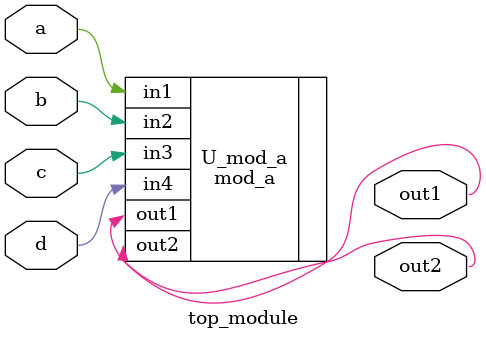
<source format=v>
module top_module ( 
    input a, 
    input b, 
    input c,
    input d,
    output out1,
    output out2
);
    
    mod_a U_mod_a(
        .out1(out1),
        .out2(out2),
        .in1(a),
        .in2(b),
        .in3(c),
        .in4(d)
    );

endmodule
</source>
